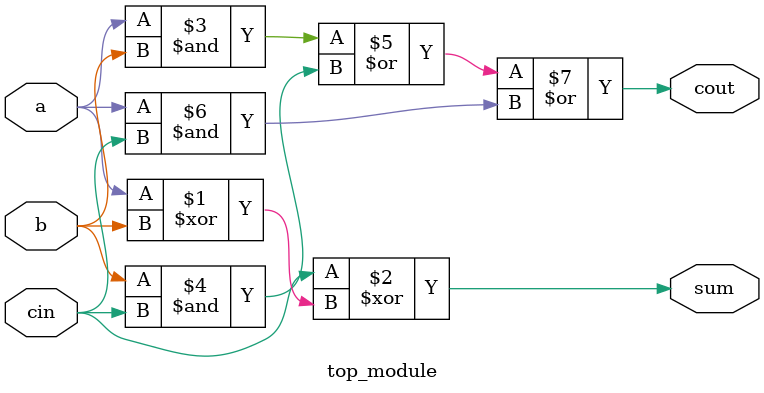
<source format=v>
module top_module( 
    input a, b, cin,
    output cout, sum );
    
    assign sum = cin ^ (a ^ b);
    assign cout = a & b | b & cin | a & cin;
endmodule

</source>
